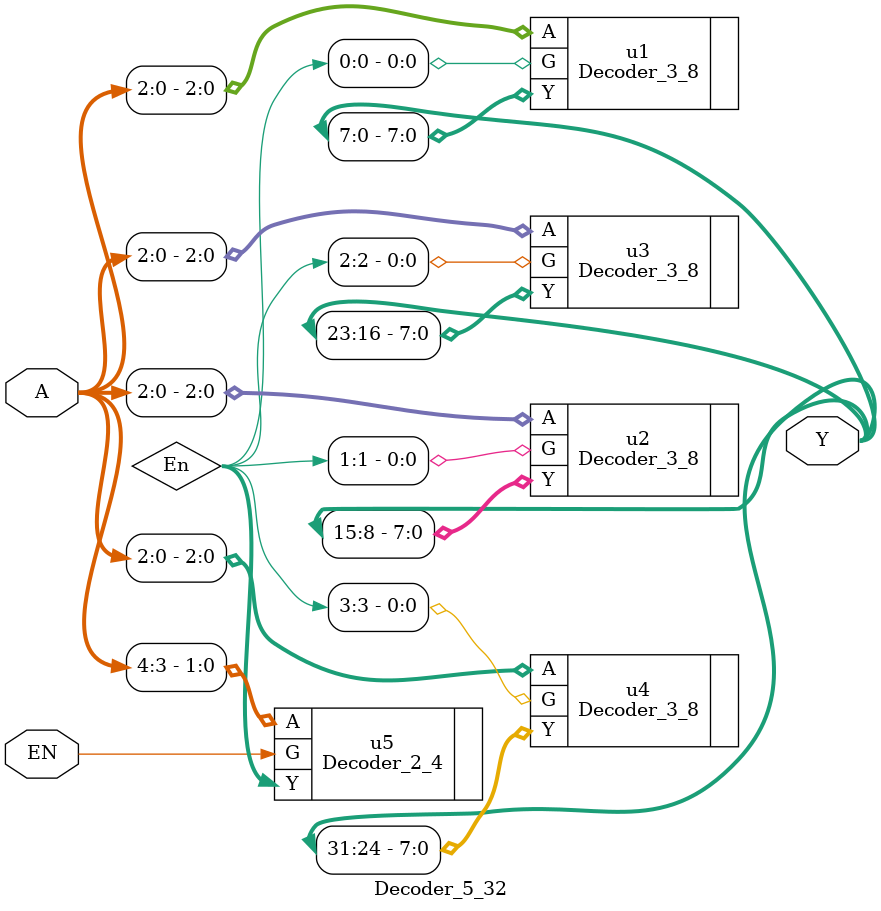
<source format=v>
`timescale 1ns / 1ps


module Decoder_5_32(
    input [4:0] A,
    input EN,
    output [31:0] Y
    );

   wire [3:0] En;    
     Decoder_3_8 u1(
       .A(A[2:0]),
       .G(En[0]),
       .Y(Y[7:0])
       );
     Decoder_3_8 u2(
       .A(A[2:0]),
       .G(En[1]),
       .Y(Y[15:8])
       );
     Decoder_3_8 u3(
      .A(A[2:0]),
      .G(En[2]),
      .Y(Y[23:16])
      );
     Decoder_3_8 u4(
      .A(A[2:0]),
      .G(En[3]),
      .Y(Y[31:24])
      );  
     Decoder_2_4 u5(
     .A(A[4:3]),
     .G(EN),
     .Y(En)
       );
endmodule

</source>
